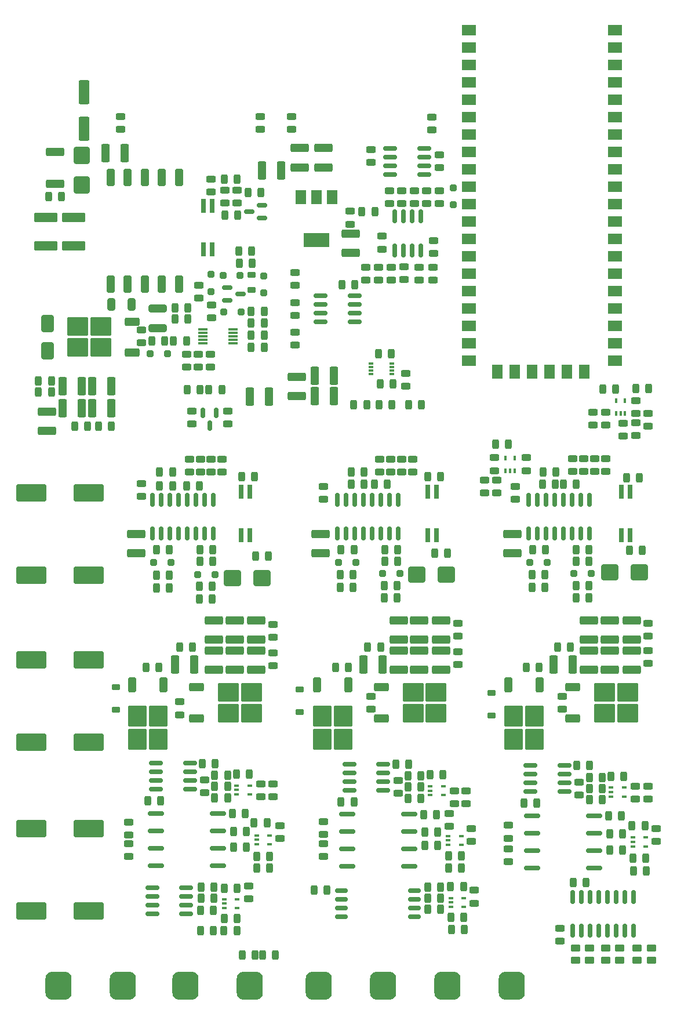
<source format=gtp>
G04 #@! TF.GenerationSoftware,KiCad,Pcbnew,7.0.2-6a45011f42~172~ubuntu20.04.1*
G04 #@! TF.CreationDate,2023-06-13T08:43:17+02:00*
G04 #@! TF.ProjectId,inverter,696e7665-7274-4657-922e-6b696361645f,rev?*
G04 #@! TF.SameCoordinates,Original*
G04 #@! TF.FileFunction,Paste,Top*
G04 #@! TF.FilePolarity,Positive*
%FSLAX46Y46*%
G04 Gerber Fmt 4.6, Leading zero omitted, Abs format (unit mm)*
G04 Created by KiCad (PCBNEW 7.0.2-6a45011f42~172~ubuntu20.04.1) date 2023-06-13 08:43:17*
%MOMM*%
%LPD*%
G01*
G04 APERTURE LIST*
G04 Aperture macros list*
%AMRoundRect*
0 Rectangle with rounded corners*
0 $1 Rounding radius*
0 $2 $3 $4 $5 $6 $7 $8 $9 X,Y pos of 4 corners*
0 Add a 4 corners polygon primitive as box body*
4,1,4,$2,$3,$4,$5,$6,$7,$8,$9,$2,$3,0*
0 Add four circle primitives for the rounded corners*
1,1,$1+$1,$2,$3*
1,1,$1+$1,$4,$5*
1,1,$1+$1,$6,$7*
1,1,$1+$1,$8,$9*
0 Add four rect primitives between the rounded corners*
20,1,$1+$1,$2,$3,$4,$5,0*
20,1,$1+$1,$4,$5,$6,$7,0*
20,1,$1+$1,$6,$7,$8,$9,0*
20,1,$1+$1,$8,$9,$2,$3,0*%
G04 Aperture macros list end*
%ADD10RoundRect,0.250000X0.250000X0.250000X-0.250000X0.250000X-0.250000X-0.250000X0.250000X-0.250000X0*%
%ADD11RoundRect,0.243750X0.456250X-0.243750X0.456250X0.243750X-0.456250X0.243750X-0.456250X-0.243750X0*%
%ADD12R,0.650000X0.400000*%
%ADD13RoundRect,0.243750X0.243750X0.456250X-0.243750X0.456250X-0.243750X-0.456250X0.243750X-0.456250X0*%
%ADD14RoundRect,0.243750X-0.243750X-0.456250X0.243750X-0.456250X0.243750X0.456250X-0.243750X0.456250X0*%
%ADD15RoundRect,0.150000X-0.825000X-0.150000X0.825000X-0.150000X0.825000X0.150000X-0.825000X0.150000X0*%
%ADD16RoundRect,0.243750X-0.456250X0.243750X-0.456250X-0.243750X0.456250X-0.243750X0.456250X0.243750X0*%
%ADD17RoundRect,0.250000X0.375000X1.075000X-0.375000X1.075000X-0.375000X-1.075000X0.375000X-1.075000X0*%
%ADD18RoundRect,0.249999X1.450001X-0.450001X1.450001X0.450001X-1.450001X0.450001X-1.450001X-0.450001X0*%
%ADD19RoundRect,0.250000X-0.250000X0.250000X-0.250000X-0.250000X0.250000X-0.250000X0.250000X0.250000X0*%
%ADD20RoundRect,0.250000X-1.075000X0.375000X-1.075000X-0.375000X1.075000X-0.375000X1.075000X0.375000X0*%
%ADD21RoundRect,0.250000X-0.375000X-1.075000X0.375000X-1.075000X0.375000X1.075000X-0.375000X1.075000X0*%
%ADD22R,1.400000X0.300000*%
%ADD23RoundRect,0.250000X1.075000X-0.362500X1.075000X0.362500X-1.075000X0.362500X-1.075000X-0.362500X0*%
%ADD24RoundRect,0.250000X1.075000X-0.375000X1.075000X0.375000X-1.075000X0.375000X-1.075000X-0.375000X0*%
%ADD25RoundRect,0.250000X0.850000X0.350000X-0.850000X0.350000X-0.850000X-0.350000X0.850000X-0.350000X0*%
%ADD26RoundRect,0.250000X1.275000X1.125000X-1.275000X1.125000X-1.275000X-1.125000X1.275000X-1.125000X0*%
%ADD27RoundRect,0.250000X-0.350000X0.850000X-0.350000X-0.850000X0.350000X-0.850000X0.350000X0.850000X0*%
%ADD28RoundRect,0.250000X-1.125000X1.275000X-1.125000X-1.275000X1.125000X-1.275000X1.125000X1.275000X0*%
%ADD29RoundRect,0.250000X-1.000000X-0.900000X1.000000X-0.900000X1.000000X0.900000X-1.000000X0.900000X0*%
%ADD30RoundRect,0.952500X-0.952500X-1.077500X0.952500X-1.077500X0.952500X1.077500X-0.952500X1.077500X0*%
%ADD31R,0.640000X2.000000*%
%ADD32RoundRect,0.150000X0.150000X-0.825000X0.150000X0.825000X-0.150000X0.825000X-0.150000X-0.825000X0*%
%ADD33RoundRect,0.250000X1.950000X1.000000X-1.950000X1.000000X-1.950000X-1.000000X1.950000X-1.000000X0*%
%ADD34RoundRect,0.250000X-0.850000X-0.350000X0.850000X-0.350000X0.850000X0.350000X-0.850000X0.350000X0*%
%ADD35RoundRect,0.250000X-1.275000X-1.125000X1.275000X-1.125000X1.275000X1.125000X-1.275000X1.125000X0*%
%ADD36RoundRect,0.250000X-0.900000X1.000000X-0.900000X-1.000000X0.900000X-1.000000X0.900000X1.000000X0*%
%ADD37R,2.000000X1.600000*%
%ADD38R,1.600000X2.000000*%
%ADD39R,0.400000X0.650000*%
%ADD40RoundRect,0.250000X-1.075000X0.312500X-1.075000X-0.312500X1.075000X-0.312500X1.075000X0.312500X0*%
%ADD41RoundRect,0.150000X0.825000X0.150000X-0.825000X0.150000X-0.825000X-0.150000X0.825000X-0.150000X0*%
%ADD42RoundRect,0.250000X0.550000X-1.500000X0.550000X1.500000X-0.550000X1.500000X-0.550000X-1.500000X0*%
%ADD43RoundRect,0.150000X-0.150000X0.825000X-0.150000X-0.825000X0.150000X-0.825000X0.150000X0.825000X0*%
%ADD44RoundRect,0.250000X-0.450000X0.262500X-0.450000X-0.262500X0.450000X-0.262500X0.450000X0.262500X0*%
%ADD45R,0.800000X0.300000*%
%ADD46RoundRect,0.162500X-1.012500X-0.162500X1.012500X-0.162500X1.012500X0.162500X-1.012500X0.162500X0*%
%ADD47RoundRect,0.218750X0.381250X-0.218750X0.381250X0.218750X-0.381250X0.218750X-0.381250X-0.218750X0*%
%ADD48RoundRect,0.250000X0.450000X-0.262500X0.450000X0.262500X-0.450000X0.262500X-0.450000X-0.262500X0*%
%ADD49RoundRect,0.250000X-0.250000X-0.250000X0.250000X-0.250000X0.250000X0.250000X-0.250000X0.250000X0*%
%ADD50RoundRect,0.250000X0.250000X-0.250000X0.250000X0.250000X-0.250000X0.250000X-0.250000X-0.250000X0*%
%ADD51RoundRect,0.150000X-0.150000X0.587500X-0.150000X-0.587500X0.150000X-0.587500X0.150000X0.587500X0*%
%ADD52RoundRect,0.150000X0.587500X0.150000X-0.587500X0.150000X-0.587500X-0.150000X0.587500X-0.150000X0*%
%ADD53RoundRect,0.150000X-0.587500X-0.150000X0.587500X-0.150000X0.587500X0.150000X-0.587500X0.150000X0*%
%ADD54RoundRect,0.225000X0.375000X-0.225000X0.375000X0.225000X-0.375000X0.225000X-0.375000X-0.225000X0*%
%ADD55RoundRect,0.150000X-0.750000X-0.150000X0.750000X-0.150000X0.750000X0.150000X-0.750000X0.150000X0*%
%ADD56RoundRect,0.305000X-0.305000X-0.965000X0.305000X-0.965000X0.305000X0.965000X-0.305000X0.965000X0*%
%ADD57RoundRect,0.250000X0.650000X-1.000000X0.650000X1.000000X-0.650000X1.000000X-0.650000X-1.000000X0*%
%ADD58RoundRect,0.250000X-0.325000X-0.650000X0.325000X-0.650000X0.325000X0.650000X-0.325000X0.650000X0*%
%ADD59R,1.500000X2.000000*%
%ADD60R,3.800000X2.000000*%
G04 APERTURE END LIST*
D10*
G04 #@! TO.C,D701*
X94697089Y-101237500D03*
X92197089Y-101237500D03*
G04 #@! TD*
D11*
G04 #@! TO.C,C617*
X72650000Y-134822500D03*
X72650000Y-132947500D03*
G04 #@! TD*
D12*
G04 #@! TO.C,U604*
X80250000Y-141035000D03*
X80250000Y-141685000D03*
X80250000Y-142335000D03*
X82150000Y-142335000D03*
X82150000Y-141035000D03*
G04 #@! TD*
D13*
G04 #@! TO.C,C612*
X73827500Y-99300000D03*
X71952500Y-99300000D03*
G04 #@! TD*
D14*
G04 #@! TO.C,R603*
X65562500Y-103100000D03*
X67437500Y-103100000D03*
G04 #@! TD*
D15*
G04 #@! TO.C,U202*
X64975000Y-148719025D03*
X64975000Y-149989025D03*
X64975000Y-151259025D03*
X64975000Y-152529025D03*
X69925000Y-152529025D03*
X69925000Y-151259025D03*
X69925000Y-149989025D03*
X69925000Y-148719025D03*
G04 #@! TD*
D16*
G04 #@! TO.C,R419*
X96200000Y-58125000D03*
X96200000Y-60000000D03*
G04 #@! TD*
D13*
G04 #@! TO.C,C714*
X94437500Y-99300000D03*
X92562500Y-99300000D03*
G04 #@! TD*
D14*
G04 #@! TO.C,C491*
X130762500Y-75900000D03*
X132637500Y-75900000D03*
G04 #@! TD*
D13*
G04 #@! TO.C,R609*
X67937500Y-88000000D03*
X66062500Y-88000000D03*
G04 #@! TD*
D17*
G04 #@! TO.C,C522*
X83800000Y-44000000D03*
X81000000Y-44000000D03*
G04 #@! TD*
D14*
G04 #@! TO.C,C509*
X79442772Y-66250000D03*
X81317772Y-66250000D03*
G04 #@! TD*
D11*
G04 #@! TO.C,C527*
X76000000Y-81000000D03*
X76000000Y-79125000D03*
G04 #@! TD*
D14*
G04 #@! TO.C,R202*
X81125000Y-158500000D03*
X83000000Y-158500000D03*
G04 #@! TD*
D16*
G04 #@! TO.C,C528*
X70800000Y-79125000D03*
X70800000Y-81000000D03*
G04 #@! TD*
D18*
G04 #@! TO.C,C516*
X53500000Y-54940000D03*
X53500000Y-50840000D03*
G04 #@! TD*
D19*
G04 #@! TO.C,D403*
X108950000Y-46487500D03*
X108950000Y-48987500D03*
G04 #@! TD*
D20*
G04 #@! TO.C,F401*
X86500000Y-40700000D03*
X86500000Y-43500000D03*
G04 #@! TD*
D21*
G04 #@! TO.C,C525*
X88700000Y-76900000D03*
X91500000Y-76900000D03*
G04 #@! TD*
D11*
G04 #@! TO.C,R723*
X109600000Y-111937500D03*
X109600000Y-110062500D03*
G04 #@! TD*
G04 #@! TO.C,R722*
X109600000Y-116137500D03*
X109600000Y-114262500D03*
G04 #@! TD*
G04 #@! TO.C,C717*
X100900000Y-134927500D03*
X100900000Y-133052500D03*
G04 #@! TD*
D15*
G04 #@! TO.C,U605*
X65550000Y-130515000D03*
X65550000Y-131785000D03*
X65550000Y-133055000D03*
X65550000Y-134325000D03*
X70500000Y-134325000D03*
X70500000Y-133055000D03*
X70500000Y-131785000D03*
X70500000Y-130515000D03*
G04 #@! TD*
D22*
G04 #@! TO.C,U501*
X76800000Y-69200000D03*
X76800000Y-68700000D03*
X76800000Y-68200000D03*
X76800000Y-67700000D03*
X76800000Y-67200000D03*
X72400000Y-67200000D03*
X72400000Y-67700000D03*
X72400000Y-68200000D03*
X72400000Y-68700000D03*
X72400000Y-69200000D03*
G04 #@! TD*
D11*
G04 #@! TO.C,C604*
X70400000Y-87975000D03*
X70400000Y-86100000D03*
G04 #@! TD*
D16*
G04 #@! TO.C,R514*
X75587500Y-46865000D03*
X75587500Y-48740000D03*
G04 #@! TD*
D23*
G04 #@! TO.C,R513*
X50750000Y-45912500D03*
X50750000Y-41287500D03*
G04 #@! TD*
D24*
G04 #@! TO.C,C722*
X107200000Y-116825000D03*
X107200000Y-114025000D03*
G04 #@! TD*
D25*
G04 #@! TO.C,Q502*
X62065000Y-70580000D03*
D26*
X57440000Y-69825000D03*
X57440000Y-66775000D03*
X54090000Y-69825000D03*
X54090000Y-66775000D03*
D25*
X62065000Y-66020000D03*
G04 #@! TD*
D13*
G04 #@! TO.C,R810*
X136137500Y-88800000D03*
X134262500Y-88800000D03*
G04 #@! TD*
D16*
G04 #@! TO.C,R415*
X99869520Y-58062500D03*
X99869520Y-59937500D03*
G04 #@! TD*
D24*
G04 #@! TO.C,C627*
X74000000Y-112425000D03*
X74000000Y-109625000D03*
G04 #@! TD*
G04 #@! TO.C,C622*
X80200000Y-116825000D03*
X80200000Y-114025000D03*
G04 #@! TD*
D14*
G04 #@! TO.C,R211*
X75487500Y-148800000D03*
X77362500Y-148800000D03*
G04 #@! TD*
D15*
G04 #@! TO.C,U705*
X93800000Y-130620000D03*
X93800000Y-131890000D03*
X93800000Y-133160000D03*
X93800000Y-134430000D03*
X98750000Y-134430000D03*
X98750000Y-133160000D03*
X98750000Y-131890000D03*
X98750000Y-130620000D03*
G04 #@! TD*
D13*
G04 #@! TO.C,R410*
X97487500Y-50000000D03*
X95612500Y-50000000D03*
G04 #@! TD*
D27*
G04 #@! TO.C,Q702*
X93595000Y-119047500D03*
D28*
X92840000Y-123672500D03*
X89790000Y-123672500D03*
X92840000Y-127022500D03*
X89790000Y-127022500D03*
D27*
X89035000Y-119047500D03*
G04 #@! TD*
D13*
G04 #@! TO.C,R614*
X81937500Y-100300000D03*
X80062500Y-100300000D03*
G04 #@! TD*
D29*
G04 #@! TO.C,D805*
X131800000Y-102600000D03*
X136100000Y-102600000D03*
G04 #@! TD*
D14*
G04 #@! TO.C,R619*
X74112500Y-135535000D03*
X75987500Y-135535000D03*
G04 #@! TD*
D13*
G04 #@! TO.C,R802*
X128737500Y-106368569D03*
X126862500Y-106368569D03*
G04 #@! TD*
D11*
G04 #@! TO.C,C512*
X73675000Y-65437500D03*
X73675000Y-63562500D03*
G04 #@! TD*
D30*
G04 #@! TO.C,F601*
X69800000Y-163000000D03*
X79200000Y-163000000D03*
G04 #@! TD*
D20*
G04 #@! TO.C,L503*
X86100000Y-74100000D03*
X86100000Y-76900000D03*
G04 #@! TD*
D31*
G04 #@! TO.C,U702*
X106470000Y-90887500D03*
X105200000Y-90887500D03*
X105200000Y-97187500D03*
X106470000Y-97187500D03*
G04 #@! TD*
D16*
G04 #@! TO.C,R512*
X71750000Y-60712500D03*
X71750000Y-62587500D03*
G04 #@! TD*
D13*
G04 #@! TO.C,C204*
X73937500Y-152000000D03*
X72062500Y-152000000D03*
G04 #@! TD*
D10*
G04 #@! TO.C,D505*
X77800000Y-59300000D03*
X75300000Y-59300000D03*
G04 #@! TD*
D11*
G04 #@! TO.C,R707*
X96915000Y-122600000D03*
X96915000Y-120725000D03*
G04 #@! TD*
D14*
G04 #@! TO.C,R608*
X64062500Y-116525000D03*
X65937500Y-116525000D03*
G04 #@! TD*
D32*
G04 #@! TO.C,U901*
X126420000Y-155000000D03*
X127690000Y-155000000D03*
X128960000Y-155000000D03*
X130230000Y-155000000D03*
X131500000Y-155000000D03*
X132770000Y-155000000D03*
X134040000Y-155000000D03*
X135310000Y-155000000D03*
X135310000Y-150050000D03*
X134040000Y-150050000D03*
X132770000Y-150050000D03*
X131500000Y-150050000D03*
X130230000Y-150050000D03*
X128960000Y-150050000D03*
X127690000Y-150050000D03*
X126420000Y-150050000D03*
G04 #@! TD*
D14*
G04 #@! TO.C,R818*
X128812500Y-132600000D03*
X130687500Y-132600000D03*
G04 #@! TD*
D13*
G04 #@! TO.C,C615*
X73827500Y-101037500D03*
X71952500Y-101037500D03*
G04 #@! TD*
D16*
G04 #@! TO.C,R717*
X90000000Y-142265000D03*
X90000000Y-144140000D03*
G04 #@! TD*
D11*
G04 #@! TO.C,C529*
X115331250Y-91037500D03*
X115331250Y-89162500D03*
G04 #@! TD*
D14*
G04 #@! TO.C,C607*
X66062500Y-90000000D03*
X67937500Y-90000000D03*
G04 #@! TD*
D16*
G04 #@! TO.C,R413*
X99650000Y-46925000D03*
X99650000Y-48800000D03*
G04 #@! TD*
D14*
G04 #@! TO.C,R715*
X108262500Y-145800000D03*
X110137500Y-145800000D03*
G04 #@! TD*
D16*
G04 #@! TO.C,C413*
X106053125Y-54212500D03*
X106053125Y-56087500D03*
G04 #@! TD*
D31*
G04 #@! TO.C,U802*
X134795000Y-90887500D03*
X133525000Y-90887500D03*
X133525000Y-97187500D03*
X134795000Y-97187500D03*
G04 #@! TD*
D14*
G04 #@! TO.C,R719*
X102362500Y-135640000D03*
X104237500Y-135640000D03*
G04 #@! TD*
D16*
G04 #@! TO.C,R495*
X135600000Y-77562500D03*
X135600000Y-79437500D03*
G04 #@! TD*
D14*
G04 #@! TO.C,C806*
X131612500Y-138200000D03*
X133487500Y-138200000D03*
G04 #@! TD*
G04 #@! TO.C,C530*
X115162500Y-83900000D03*
X117037500Y-83900000D03*
G04 #@! TD*
D11*
G04 #@! TO.C,R490*
X131200000Y-81137500D03*
X131200000Y-79262500D03*
G04 #@! TD*
G04 #@! TO.C,R623*
X82600000Y-112137500D03*
X82600000Y-110262500D03*
G04 #@! TD*
D33*
G04 #@! TO.C,C621*
X55700000Y-103050000D03*
X47300000Y-103050000D03*
G04 #@! TD*
D16*
G04 #@! TO.C,R713*
X108400000Y-137862500D03*
X108400000Y-139737500D03*
G04 #@! TD*
D14*
G04 #@! TO.C,C207*
X108662500Y-154800000D03*
X110537500Y-154800000D03*
G04 #@! TD*
D24*
G04 #@! TO.C,C727*
X101000000Y-112425000D03*
X101000000Y-109625000D03*
G04 #@! TD*
D16*
G04 #@! TO.C,C703*
X103000000Y-86100000D03*
X103000000Y-87975000D03*
G04 #@! TD*
D13*
G04 #@! TO.C,R604*
X67437500Y-104900000D03*
X65562500Y-104900000D03*
G04 #@! TD*
D21*
G04 #@! TO.C,C504*
X56210574Y-78639220D03*
X59010574Y-78639220D03*
G04 #@! TD*
D13*
G04 #@! TO.C,R804*
X122337500Y-104800000D03*
X120462500Y-104800000D03*
G04 #@! TD*
D27*
G04 #@! TO.C,Q802*
X121545000Y-119047500D03*
D28*
X120790000Y-123672500D03*
X117740000Y-123672500D03*
X120790000Y-127022500D03*
X117740000Y-127022500D03*
D27*
X116985000Y-119047500D03*
G04 #@! TD*
D34*
G04 #@! TO.C,Q801*
X126425000Y-119432500D03*
D35*
X131050000Y-120187500D03*
X131050000Y-123237500D03*
X134400000Y-120187500D03*
X134400000Y-123237500D03*
D34*
X126425000Y-123992500D03*
G04 #@! TD*
D36*
G04 #@! TO.C,D507*
X54650000Y-41790000D03*
X54650000Y-46090000D03*
G04 #@! TD*
D11*
G04 #@! TO.C,R417*
X101450000Y-48800000D03*
X101450000Y-46925000D03*
G04 #@! TD*
D14*
G04 #@! TO.C,R503*
X79442772Y-68000000D03*
X81317772Y-68000000D03*
G04 #@! TD*
D15*
G04 #@! TO.C,U805*
X120250000Y-130830000D03*
X120250000Y-132100000D03*
X120250000Y-133370000D03*
X120250000Y-134640000D03*
X125200000Y-134640000D03*
X125200000Y-133370000D03*
X125200000Y-132100000D03*
X125200000Y-130830000D03*
G04 #@! TD*
D11*
G04 #@! TO.C,R494*
X137400000Y-81300000D03*
X137400000Y-79425000D03*
G04 #@! TD*
D16*
G04 #@! TO.C,R617*
X61500000Y-142222500D03*
X61500000Y-144097500D03*
G04 #@! TD*
D10*
G04 #@! TO.C,D702*
X101129499Y-102800000D03*
X98629499Y-102800000D03*
G04 #@! TD*
D11*
G04 #@! TO.C,C705*
X90000000Y-91937500D03*
X90000000Y-90062500D03*
G04 #@! TD*
D16*
G04 #@! TO.C,R806*
X128000000Y-86062500D03*
X128000000Y-87937500D03*
G04 #@! TD*
G04 #@! TO.C,C713*
X111600000Y-140062500D03*
X111600000Y-141937500D03*
G04 #@! TD*
D14*
G04 #@! TO.C,R611*
X76862500Y-140485000D03*
X78737500Y-140485000D03*
G04 #@! TD*
D29*
G04 #@! TO.C,D605*
X76700000Y-103500000D03*
X81000000Y-103500000D03*
G04 #@! TD*
D24*
G04 #@! TO.C,C824*
X131800000Y-116825000D03*
X131800000Y-114025000D03*
G04 #@! TD*
D13*
G04 #@! TO.C,C808*
X126075000Y-113525000D03*
X124200000Y-113525000D03*
G04 #@! TD*
D14*
G04 #@! TO.C,NTC501*
X79442772Y-64500000D03*
X81317772Y-64500000D03*
G04 #@! TD*
D24*
G04 #@! TO.C,C523*
X94000000Y-56000000D03*
X94000000Y-53200000D03*
G04 #@! TD*
D14*
G04 #@! TO.C,C601*
X64312500Y-136035000D03*
X66187500Y-136035000D03*
G04 #@! TD*
D16*
G04 #@! TO.C,R426*
X101987500Y-73587500D03*
X101987500Y-75462500D03*
G04 #@! TD*
G04 #@! TO.C,R401*
X96950000Y-40905000D03*
X96950000Y-42780000D03*
G04 #@! TD*
D14*
G04 #@! TO.C,C611*
X72312500Y-130535000D03*
X74187500Y-130535000D03*
G04 #@! TD*
D31*
G04 #@! TO.C,U502*
X73735000Y-49165000D03*
X72465000Y-49165000D03*
X72465000Y-55465000D03*
X73735000Y-55465000D03*
G04 #@! TD*
D17*
G04 #@! TO.C,C609*
X71149999Y-116135000D03*
X68349999Y-116135000D03*
G04 #@! TD*
D16*
G04 #@! TO.C,R405*
X85350000Y-36062500D03*
X85350000Y-37937500D03*
G04 #@! TD*
D34*
G04 #@! TO.C,Q601*
X71475000Y-119432500D03*
D35*
X76100000Y-120187500D03*
X76100000Y-123237500D03*
X79450000Y-120187500D03*
X79450000Y-123237500D03*
D34*
X71475000Y-123992500D03*
G04 #@! TD*
D14*
G04 #@! TO.C,C710*
X108262500Y-144000000D03*
X110137500Y-144000000D03*
G04 #@! TD*
D37*
G04 #@! TO.C,U401*
X111270000Y-23440000D03*
X111270000Y-25980000D03*
X111270000Y-28520000D03*
X111270000Y-31060000D03*
X111270000Y-33600000D03*
X111270000Y-36140000D03*
X111270000Y-38680000D03*
X111270000Y-41220000D03*
X111270000Y-43760000D03*
X111270000Y-46300000D03*
X111270000Y-48840000D03*
X111270000Y-51380000D03*
X111270000Y-53920000D03*
X111270000Y-56460000D03*
X111270000Y-59000000D03*
X111270000Y-61540000D03*
X111270000Y-64080000D03*
X111270000Y-66620000D03*
X111260000Y-69160000D03*
X111260000Y-71700000D03*
X132600000Y-71700000D03*
X132600000Y-69160000D03*
X132600000Y-66620000D03*
X132600000Y-64080000D03*
X132600000Y-61540000D03*
X132600000Y-59000000D03*
X132600000Y-56460000D03*
X132600000Y-53920000D03*
X132600000Y-51380000D03*
X132600000Y-48840000D03*
X132600000Y-46300000D03*
X132600000Y-43760000D03*
X132600000Y-41220000D03*
X132600000Y-38680000D03*
X132600000Y-36140000D03*
X132600000Y-33600000D03*
X132600000Y-31060000D03*
X132600000Y-28520000D03*
X132600000Y-25980000D03*
X132600000Y-23440000D03*
D38*
X115410000Y-73300000D03*
X117950000Y-73300000D03*
X120490000Y-73300000D03*
X123030000Y-73300000D03*
X125570000Y-73300000D03*
X128110000Y-73300000D03*
G04 #@! TD*
D13*
G04 #@! TO.C,C802*
X126937500Y-89775000D03*
X125062500Y-89775000D03*
G04 #@! TD*
G04 #@! TO.C,R814*
X136537500Y-99400000D03*
X134662500Y-99400000D03*
G04 #@! TD*
D11*
G04 #@! TO.C,R823*
X137400000Y-111937500D03*
X137400000Y-110062500D03*
G04 #@! TD*
D39*
G04 #@! TO.C,U490*
X132750000Y-79450000D03*
X133400000Y-79450000D03*
X134050000Y-79450000D03*
X134050000Y-77550000D03*
X132750000Y-77550000D03*
G04 #@! TD*
D40*
G04 #@! TO.C,R510*
X65800000Y-64077500D03*
X65800000Y-67002500D03*
G04 #@! TD*
D13*
G04 #@! TO.C,C801*
X121187500Y-136350000D03*
X119312500Y-136350000D03*
G04 #@! TD*
D41*
G04 #@! TO.C,U405*
X94525000Y-66070000D03*
X94525000Y-64800000D03*
X94525000Y-63530000D03*
X94525000Y-62260000D03*
X89575000Y-62260000D03*
X89575000Y-63530000D03*
X89575000Y-64800000D03*
X89575000Y-66070000D03*
G04 #@! TD*
D14*
G04 #@! TO.C,R812*
X131812500Y-143200000D03*
X133687500Y-143200000D03*
G04 #@! TD*
G04 #@! TO.C,R718*
X102362500Y-132390000D03*
X104237500Y-132390000D03*
G04 #@! TD*
D17*
G04 #@! TO.C,C809*
X126400000Y-116125000D03*
X123600000Y-116125000D03*
G04 #@! TD*
D16*
G04 #@! TO.C,R411*
X85850000Y-67600000D03*
X85850000Y-69475000D03*
G04 #@! TD*
D13*
G04 #@! TO.C,R620*
X75987500Y-133885000D03*
X74112500Y-133885000D03*
G04 #@! TD*
D30*
G04 #@! TO.C,F801*
X108100000Y-163000000D03*
X117500000Y-163000000D03*
G04 #@! TD*
D11*
G04 #@! TO.C,R519*
X93900000Y-51800000D03*
X93900000Y-49925000D03*
G04 #@! TD*
D42*
G04 #@! TO.C,C521*
X55050000Y-37900000D03*
X55050000Y-32500000D03*
G04 #@! TD*
D13*
G04 #@! TO.C,R709*
X95937500Y-88000000D03*
X94062500Y-88000000D03*
G04 #@! TD*
D16*
G04 #@! TO.C,C531*
X119600000Y-85912500D03*
X119600000Y-87787500D03*
G04 #@! TD*
D13*
G04 #@! TO.C,C819*
X133887500Y-132400000D03*
X132012500Y-132400000D03*
G04 #@! TD*
D14*
G04 #@! TO.C,C606*
X76662500Y-137885000D03*
X78537500Y-137885000D03*
G04 #@! TD*
D11*
G04 #@! TO.C,C817*
X127350000Y-135137500D03*
X127350000Y-133262500D03*
G04 #@! TD*
D14*
G04 #@! TO.C,R701*
X98862500Y-104560568D03*
X100737500Y-104560568D03*
G04 #@! TD*
D24*
G04 #@! TO.C,C623*
X77000000Y-112425000D03*
X77000000Y-109625000D03*
G04 #@! TD*
D13*
G04 #@! TO.C,R511*
X79575000Y-57500000D03*
X77700000Y-57500000D03*
G04 #@! TD*
D16*
G04 #@! TO.C,C511*
X70000000Y-70815000D03*
X70000000Y-72690000D03*
G04 #@! TD*
D31*
G04 #@! TO.C,U602*
X79270000Y-90887500D03*
X78000000Y-90887500D03*
X78000000Y-97187500D03*
X79270000Y-97187500D03*
G04 #@! TD*
D11*
G04 #@! TO.C,R491*
X129400000Y-81137500D03*
X129400000Y-79262500D03*
G04 #@! TD*
D13*
G04 #@! TO.C,R602*
X73737500Y-106500000D03*
X71862500Y-106500000D03*
G04 #@! TD*
D11*
G04 #@! TO.C,C605*
X63400000Y-91537500D03*
X63400000Y-89662500D03*
G04 #@! TD*
D14*
G04 #@! TO.C,R206*
X108600000Y-153050000D03*
X110475000Y-153050000D03*
G04 #@! TD*
D13*
G04 #@! TO.C,C715*
X100827500Y-101037500D03*
X98952500Y-101037500D03*
G04 #@! TD*
G04 #@! TO.C,C815*
X128777500Y-101037500D03*
X126902500Y-101037500D03*
G04 #@! TD*
D24*
G04 #@! TO.C,C725*
X107200000Y-112425000D03*
X107200000Y-109625000D03*
G04 #@! TD*
D11*
G04 #@! TO.C,C805*
X118000000Y-91937500D03*
X118000000Y-90062500D03*
G04 #@! TD*
D34*
G04 #@! TO.C,Q701*
X98475000Y-119432500D03*
D35*
X103100000Y-120187500D03*
X103100000Y-123237500D03*
X106450000Y-120187500D03*
X106450000Y-123237500D03*
D34*
X98475000Y-123992500D03*
G04 #@! TD*
D43*
G04 #@! TO.C,U406*
X104190000Y-50662500D03*
X102920000Y-50662500D03*
X101650000Y-50662500D03*
X100380000Y-50662500D03*
X100380000Y-55612500D03*
X101650000Y-55612500D03*
X102920000Y-55612500D03*
X104190000Y-55612500D03*
G04 #@! TD*
D13*
G04 #@! TO.C,R704*
X94337500Y-104800000D03*
X92462500Y-104800000D03*
G04 #@! TD*
D24*
G04 #@! TO.C,C822*
X135000000Y-116825000D03*
X135000000Y-114025000D03*
G04 #@! TD*
D13*
G04 #@! TO.C,C812*
X128777500Y-99300000D03*
X126902500Y-99300000D03*
G04 #@! TD*
D44*
G04 #@! TO.C,R903*
X133280000Y-157487500D03*
X133280000Y-159312500D03*
G04 #@! TD*
D13*
G04 #@! TO.C,C712*
X100827500Y-99300000D03*
X98952500Y-99300000D03*
G04 #@! TD*
G04 #@! TO.C,R613*
X81737500Y-139200000D03*
X79862500Y-139200000D03*
G04 #@! TD*
D12*
G04 #@! TO.C,U706*
X105575000Y-133870000D03*
X105575000Y-134520000D03*
X105575000Y-135170000D03*
X107475000Y-135170000D03*
X107475000Y-133870000D03*
G04 #@! TD*
D14*
G04 #@! TO.C,R502*
X73262500Y-76000000D03*
X75137500Y-76000000D03*
G04 #@! TD*
D16*
G04 #@! TO.C,C209*
X112000000Y-149062500D03*
X112000000Y-150937500D03*
G04 #@! TD*
D24*
G04 #@! TO.C,C716*
X89600000Y-99837500D03*
X89600000Y-97037500D03*
G04 #@! TD*
D14*
G04 #@! TO.C,R819*
X128812500Y-135850000D03*
X130687500Y-135850000D03*
G04 #@! TD*
D13*
G04 #@! TO.C,R506*
X70212500Y-64002500D03*
X68337500Y-64002500D03*
G04 #@! TD*
G04 #@! TO.C,C201*
X90537500Y-149000000D03*
X88662500Y-149000000D03*
G04 #@! TD*
D45*
G04 #@! TO.C,U410*
X96900000Y-72175000D03*
X96900000Y-72675000D03*
X96900000Y-73175000D03*
X96900000Y-73675000D03*
X100000000Y-73675000D03*
X100000000Y-73175000D03*
X100000000Y-72675000D03*
X100000000Y-72175000D03*
G04 #@! TD*
D13*
G04 #@! TO.C,R720*
X104237500Y-133990000D03*
X102362500Y-133990000D03*
G04 #@! TD*
D14*
G04 #@! TO.C,R615*
X80262500Y-145800000D03*
X82137500Y-145800000D03*
G04 #@! TD*
G04 #@! TO.C,C501*
X53673074Y-81339220D03*
X55548074Y-81339220D03*
G04 #@! TD*
D46*
G04 #@! TO.C,U601*
X65550000Y-137865000D03*
X65550000Y-140405000D03*
X65550000Y-142945000D03*
X65550000Y-145485000D03*
X74600000Y-145485000D03*
X74600000Y-142945000D03*
X74600000Y-140405000D03*
X74600000Y-137865000D03*
G04 #@! TD*
D21*
G04 #@! TO.C,C519*
X58125000Y-41440000D03*
X60925000Y-41440000D03*
G04 #@! TD*
D16*
G04 #@! TO.C,C813*
X138600000Y-140062500D03*
X138600000Y-141937500D03*
G04 #@! TD*
D14*
G04 #@! TO.C,R201*
X78125000Y-158500000D03*
X80000000Y-158500000D03*
G04 #@! TD*
D11*
G04 #@! TO.C,R821*
X135550000Y-135737500D03*
X135550000Y-133862500D03*
G04 #@! TD*
D12*
G04 #@! TO.C,U204*
X75475000Y-150350000D03*
X75475000Y-151000000D03*
X75475000Y-151650000D03*
X77375000Y-151650000D03*
X77375000Y-150350000D03*
G04 #@! TD*
D24*
G04 #@! TO.C,C816*
X117550000Y-99837500D03*
X117550000Y-97037500D03*
G04 #@! TD*
D33*
G04 #@! TO.C,C620*
X55700000Y-91000000D03*
X47300000Y-91000000D03*
G04 #@! TD*
D12*
G04 #@! TO.C,U806*
X132025000Y-134080000D03*
X132025000Y-134730000D03*
X132025000Y-135380000D03*
X133925000Y-135380000D03*
X133925000Y-134080000D03*
G04 #@! TD*
D18*
G04 #@! TO.C,C517*
X49400000Y-54940000D03*
X49400000Y-50840000D03*
G04 #@! TD*
D11*
G04 #@! TO.C,R470*
X104000000Y-59937500D03*
X104000000Y-58062500D03*
G04 #@! TD*
D13*
G04 #@! TO.C,R610*
X79922500Y-88637500D03*
X78047500Y-88637500D03*
G04 #@! TD*
D14*
G04 #@! TO.C,R450*
X102412500Y-78200000D03*
X104287500Y-78200000D03*
G04 #@! TD*
G04 #@! TO.C,C217*
X75487500Y-153200000D03*
X77362500Y-153200000D03*
G04 #@! TD*
G04 #@! TO.C,R808*
X119650000Y-116525000D03*
X121525000Y-116525000D03*
G04 #@! TD*
D33*
G04 #@! TO.C,C820*
X55700000Y-140050000D03*
X47300000Y-140050000D03*
G04 #@! TD*
D11*
G04 #@! TO.C,R822*
X137400000Y-115937500D03*
X137400000Y-114062500D03*
G04 #@! TD*
D14*
G04 #@! TO.C,R703*
X92462500Y-103000000D03*
X94337500Y-103000000D03*
G04 #@! TD*
D13*
G04 #@! TO.C,R714*
X108137500Y-99800000D03*
X106262500Y-99800000D03*
G04 #@! TD*
D11*
G04 #@! TO.C,C704*
X98200000Y-87975000D03*
X98200000Y-86100000D03*
G04 #@! TD*
D14*
G04 #@! TO.C,C701*
X92562500Y-136140000D03*
X94437500Y-136140000D03*
G04 #@! TD*
D12*
G04 #@! TO.C,U606*
X77325000Y-133765000D03*
X77325000Y-134415000D03*
X77325000Y-135065000D03*
X79225000Y-135065000D03*
X79225000Y-133765000D03*
G04 #@! TD*
D16*
G04 #@! TO.C,R508*
X63400000Y-67262500D03*
X63400000Y-69137500D03*
G04 #@! TD*
D47*
G04 #@! TO.C,L502*
X79450000Y-61362500D03*
X79450000Y-59237500D03*
G04 #@! TD*
D13*
G04 #@! TO.C,C708*
X98337500Y-113525000D03*
X96462500Y-113525000D03*
G04 #@! TD*
D24*
G04 #@! TO.C,C723*
X104000000Y-112425000D03*
X104000000Y-109625000D03*
G04 #@! TD*
D33*
G04 #@! TO.C,C821*
X55700000Y-152100000D03*
X47300000Y-152100000D03*
G04 #@! TD*
D11*
G04 #@! TO.C,R515*
X73600000Y-47077500D03*
X73600000Y-45202500D03*
G04 #@! TD*
D48*
G04 #@! TO.C,R902*
X135800000Y-159312500D03*
X135800000Y-157487500D03*
G04 #@! TD*
D11*
G04 #@! TO.C,C618*
X82600000Y-135422500D03*
X82600000Y-133547500D03*
G04 #@! TD*
D16*
G04 #@! TO.C,R414*
X103250000Y-46925000D03*
X103250000Y-48800000D03*
G04 #@! TD*
D48*
G04 #@! TO.C,R904*
X131200000Y-159312500D03*
X131200000Y-157487500D03*
G04 #@! TD*
D14*
G04 #@! TO.C,R712*
X104812500Y-142500000D03*
X106687500Y-142500000D03*
G04 #@! TD*
G04 #@! TO.C,C508*
X79442772Y-69750000D03*
X81317772Y-69750000D03*
G04 #@! TD*
D17*
G04 #@! TO.C,C709*
X98600000Y-116125000D03*
X95800000Y-116125000D03*
G04 #@! TD*
D20*
G04 #@! TO.C,F402*
X90000000Y-40700000D03*
X90000000Y-43500000D03*
G04 #@! TD*
D16*
G04 #@! TO.C,R706*
X99800000Y-86125000D03*
X99800000Y-88000000D03*
G04 #@! TD*
G04 #@! TO.C,R409*
X85850000Y-58862500D03*
X85850000Y-60737500D03*
G04 #@! TD*
D10*
G04 #@! TO.C,D602*
X74129499Y-102939432D03*
X71629499Y-102939432D03*
G04 #@! TD*
D12*
G04 #@! TO.C,U203*
X108587500Y-150200000D03*
X108587500Y-150850000D03*
X108587500Y-151500000D03*
X110487500Y-151500000D03*
X110487500Y-150200000D03*
G04 #@! TD*
D14*
G04 #@! TO.C,R708*
X91762500Y-116525000D03*
X93637500Y-116525000D03*
G04 #@! TD*
D49*
G04 #@! TO.C,D502*
X75450000Y-64650000D03*
X77950000Y-64650000D03*
G04 #@! TD*
D14*
G04 #@! TO.C,R212*
X75462500Y-155000000D03*
X77337500Y-155000000D03*
G04 #@! TD*
G04 #@! TO.C,R801*
X126862500Y-104568569D03*
X128737500Y-104568569D03*
G04 #@! TD*
D46*
G04 #@! TO.C,U701*
X93500000Y-137970000D03*
X93500000Y-140510000D03*
X93500000Y-143050000D03*
X93500000Y-145590000D03*
X102550000Y-145590000D03*
X102550000Y-143050000D03*
X102550000Y-140510000D03*
X102550000Y-137970000D03*
G04 #@! TD*
D21*
G04 #@! TO.C,C505*
X51898074Y-75439220D03*
X54698074Y-75439220D03*
G04 #@! TD*
D14*
G04 #@! TO.C,C902*
X126462500Y-147900000D03*
X128337500Y-147900000D03*
G04 #@! TD*
D50*
G04 #@! TO.C,D506*
X73600000Y-61650000D03*
X73600000Y-59150000D03*
G04 #@! TD*
D11*
G04 #@! TO.C,C901*
X124500000Y-156500000D03*
X124500000Y-154625000D03*
G04 #@! TD*
D16*
G04 #@! TO.C,C411*
X101769520Y-58000000D03*
X101769520Y-59875000D03*
G04 #@! TD*
D12*
G04 #@! TO.C,U804*
X135200000Y-141350000D03*
X135200000Y-142000000D03*
X135200000Y-142650000D03*
X137100000Y-142650000D03*
X137100000Y-141350000D03*
G04 #@! TD*
D51*
G04 #@! TO.C,U505*
X74315000Y-79350000D03*
X72415000Y-79350000D03*
X73365000Y-81225000D03*
G04 #@! TD*
D16*
G04 #@! TO.C,C490*
X135600000Y-80800000D03*
X135600000Y-82675000D03*
G04 #@! TD*
D11*
G04 #@! TO.C,C507*
X73450000Y-72690000D03*
X73450000Y-70815000D03*
G04 #@! TD*
D14*
G04 #@! TO.C,R501*
X70062500Y-76000000D03*
X71937500Y-76000000D03*
G04 #@! TD*
D10*
G04 #@! TO.C,D801*
X122647089Y-101237500D03*
X120147089Y-101237500D03*
G04 #@! TD*
D27*
G04 #@! TO.C,Q602*
X66595000Y-119047500D03*
D28*
X65840000Y-123672500D03*
X62790000Y-123672500D03*
X65840000Y-127022500D03*
X62790000Y-127022500D03*
D27*
X62035000Y-119047500D03*
G04 #@! TD*
D52*
G04 #@! TO.C,U503*
X81000000Y-50900000D03*
X81000000Y-49000000D03*
X79125000Y-49950000D03*
G04 #@! TD*
D44*
G04 #@! TO.C,R905*
X128880000Y-157487500D03*
X128880000Y-159312500D03*
G04 #@! TD*
D24*
G04 #@! TO.C,C825*
X135000000Y-112425000D03*
X135000000Y-109625000D03*
G04 #@! TD*
D13*
G04 #@! TO.C,R809*
X123937500Y-88000000D03*
X122062500Y-88000000D03*
G04 #@! TD*
D14*
G04 #@! TO.C,C707*
X94050000Y-89775000D03*
X95925000Y-89775000D03*
G04 #@! TD*
D13*
G04 #@! TO.C,C608*
X70875000Y-113535000D03*
X69000000Y-113535000D03*
G04 #@! TD*
D53*
G04 #@! TO.C,Q501*
X75975000Y-61050000D03*
X75975000Y-62950000D03*
X77850000Y-62000000D03*
G04 #@! TD*
D41*
G04 #@! TO.C,U402*
X104700000Y-44570000D03*
X104700000Y-43300000D03*
X104700000Y-42030000D03*
X104700000Y-40760000D03*
X99750000Y-40760000D03*
X99750000Y-42030000D03*
X99750000Y-43300000D03*
X99750000Y-44570000D03*
G04 #@! TD*
D10*
G04 #@! TO.C,D802*
X129079499Y-102808001D03*
X126579499Y-102808001D03*
G04 #@! TD*
D14*
G04 #@! TO.C,R815*
X135262500Y-146200000D03*
X137137500Y-146200000D03*
G04 #@! TD*
D11*
G04 #@! TO.C,C412*
X106950000Y-48787500D03*
X106950000Y-46912500D03*
G04 #@! TD*
D16*
G04 #@! TO.C,R418*
X98000000Y-58125000D03*
X98000000Y-60000000D03*
G04 #@! TD*
G04 #@! TO.C,R402*
X80750000Y-36062500D03*
X80750000Y-37937500D03*
G04 #@! TD*
D24*
G04 #@! TO.C,C823*
X131800000Y-112425000D03*
X131800000Y-109625000D03*
G04 #@! TD*
D19*
G04 #@! TO.C,D501*
X81300000Y-59350000D03*
X81300000Y-61850000D03*
G04 #@! TD*
D24*
G04 #@! TO.C,C726*
X101000000Y-116825000D03*
X101000000Y-114025000D03*
G04 #@! TD*
D54*
G04 #@! TO.C,D804*
X114525000Y-123525000D03*
X114525000Y-120225000D03*
G04 #@! TD*
D13*
G04 #@! TO.C,C814*
X122387500Y-99300000D03*
X120512500Y-99300000D03*
G04 #@! TD*
G04 #@! TO.C,C719*
X107437500Y-132190000D03*
X105562500Y-132190000D03*
G04 #@! TD*
G04 #@! TO.C,R820*
X130687500Y-134200000D03*
X128812500Y-134200000D03*
G04 #@! TD*
D11*
G04 #@! TO.C,R807*
X124865000Y-122600000D03*
X124865000Y-120725000D03*
G04 #@! TD*
D16*
G04 #@! TO.C,R816*
X117000000Y-139587500D03*
X117000000Y-141462500D03*
G04 #@! TD*
G04 #@! TO.C,R492*
X133800000Y-80862500D03*
X133800000Y-82737500D03*
G04 #@! TD*
D11*
G04 #@! TO.C,R404*
X105850000Y-38025000D03*
X105850000Y-36150000D03*
G04 #@! TD*
D16*
G04 #@! TO.C,R403*
X60350000Y-36062500D03*
X60350000Y-37937500D03*
G04 #@! TD*
D14*
G04 #@! TO.C,R209*
X72087500Y-150200000D03*
X73962500Y-150200000D03*
G04 #@! TD*
G04 #@! TO.C,R811*
X131812500Y-140800000D03*
X133687500Y-140800000D03*
G04 #@! TD*
D13*
G04 #@! TO.C,C202*
X73962500Y-148600000D03*
X72087500Y-148600000D03*
G04 #@! TD*
D11*
G04 #@! TO.C,C818*
X137400000Y-135737500D03*
X137400000Y-133862500D03*
G04 #@! TD*
G04 #@! TO.C,R607*
X68999999Y-123427500D03*
X68999999Y-121552500D03*
G04 #@! TD*
D44*
G04 #@! TO.C,R901*
X137880000Y-157487500D03*
X137880000Y-159312500D03*
G04 #@! TD*
D14*
G04 #@! TO.C,R601*
X71862500Y-104700000D03*
X73737500Y-104700000D03*
G04 #@! TD*
G04 #@! TO.C,C807*
X122000000Y-89775000D03*
X123875000Y-89775000D03*
G04 #@! TD*
D55*
G04 #@! TO.C,U201*
X92612500Y-149095000D03*
X92612500Y-150365000D03*
X92612500Y-151635000D03*
X92612500Y-152905000D03*
X103262500Y-152905000D03*
X103262500Y-151635000D03*
X103262500Y-150365000D03*
X103262500Y-149095000D03*
G04 #@! TD*
D14*
G04 #@! TO.C,R204*
X105200000Y-151850000D03*
X107075000Y-151850000D03*
G04 #@! TD*
G04 #@! TO.C,C420*
X98037500Y-70725000D03*
X99912500Y-70725000D03*
G04 #@! TD*
D16*
G04 #@! TO.C,R616*
X61500000Y-139125000D03*
X61500000Y-141000000D03*
G04 #@! TD*
D13*
G04 #@! TO.C,R813*
X136937500Y-139600000D03*
X135062500Y-139600000D03*
G04 #@! TD*
D21*
G04 #@! TO.C,C524*
X88700000Y-73900000D03*
X91500000Y-73900000D03*
G04 #@! TD*
D16*
G04 #@! TO.C,R716*
X90000000Y-139062500D03*
X90000000Y-140937500D03*
G04 #@! TD*
D14*
G04 #@! TO.C,R509*
X48373074Y-76289220D03*
X50248074Y-76289220D03*
G04 #@! TD*
G04 #@! TO.C,C811*
X127012500Y-130850000D03*
X128887500Y-130850000D03*
G04 #@! TD*
D24*
G04 #@! TO.C,C626*
X74000000Y-116825000D03*
X74000000Y-114025000D03*
G04 #@! TD*
D13*
G04 #@! TO.C,C702*
X99325000Y-89775000D03*
X97450000Y-89775000D03*
G04 #@! TD*
D24*
G04 #@! TO.C,C826*
X128800000Y-116825000D03*
X128800000Y-114025000D03*
G04 #@! TD*
D39*
G04 #@! TO.C,U506*
X116600000Y-87850000D03*
X117250000Y-87850000D03*
X117900000Y-87850000D03*
X117900000Y-85950000D03*
X116600000Y-85950000D03*
G04 #@! TD*
D29*
G04 #@! TO.C,D705*
X103650000Y-103000000D03*
X107950000Y-103000000D03*
G04 #@! TD*
D13*
G04 #@! TO.C,C514*
X50248074Y-74689220D03*
X48373074Y-74689220D03*
G04 #@! TD*
D16*
G04 #@! TO.C,R504*
X71700000Y-70815000D03*
X71700000Y-72690000D03*
G04 #@! TD*
D10*
G04 #@! TO.C,D503*
X67200000Y-70700000D03*
X64700000Y-70700000D03*
G04 #@! TD*
D48*
G04 #@! TO.C,R906*
X126800000Y-159312500D03*
X126800000Y-157487500D03*
G04 #@! TD*
D30*
G04 #@! TO.C,F201*
X51300000Y-163000000D03*
X60700000Y-163000000D03*
G04 #@! TD*
D33*
G04 #@! TO.C,C720*
X55705000Y-115400000D03*
X47305000Y-115400000D03*
G04 #@! TD*
D16*
G04 #@! TO.C,C218*
X79025000Y-148462500D03*
X79025000Y-150337500D03*
G04 #@! TD*
D54*
G04 #@! TO.C,D704*
X86500000Y-123025000D03*
X86500000Y-119725000D03*
G04 #@! TD*
D33*
G04 #@! TO.C,C721*
X55705000Y-127450000D03*
X47305000Y-127450000D03*
G04 #@! TD*
D14*
G04 #@! TO.C,R803*
X120462500Y-103000000D03*
X122337500Y-103000000D03*
G04 #@! TD*
D13*
G04 #@! TO.C,C510*
X70212500Y-65640000D03*
X68337500Y-65640000D03*
G04 #@! TD*
D16*
G04 #@! TO.C,R517*
X77337500Y-46865000D03*
X77337500Y-48740000D03*
G04 #@! TD*
D14*
G04 #@! TO.C,C810*
X135212500Y-144400000D03*
X137087500Y-144400000D03*
G04 #@! TD*
D12*
G04 #@! TO.C,U704*
X108200000Y-141140000D03*
X108200000Y-141790000D03*
X108200000Y-142440000D03*
X110100000Y-142440000D03*
X110100000Y-141140000D03*
G04 #@! TD*
D14*
G04 #@! TO.C,R407*
X98125000Y-78200000D03*
X100000000Y-78200000D03*
G04 #@! TD*
D16*
G04 #@! TO.C,C401*
X106950000Y-41697500D03*
X106950000Y-43572500D03*
G04 #@! TD*
D10*
G04 #@! TO.C,D601*
X67697089Y-101237500D03*
X65197089Y-101237500D03*
G04 #@! TD*
D13*
G04 #@! TO.C,C520*
X77475000Y-50465000D03*
X75600000Y-50465000D03*
G04 #@! TD*
G04 #@! TO.C,C513*
X79525000Y-55700000D03*
X77650000Y-55700000D03*
G04 #@! TD*
D11*
G04 #@! TO.C,C470*
X106000000Y-59937500D03*
X106000000Y-58062500D03*
G04 #@! TD*
D16*
G04 #@! TO.C,C613*
X83600000Y-139662500D03*
X83600000Y-141537500D03*
G04 #@! TD*
D13*
G04 #@! TO.C,R505*
X69975000Y-68840000D03*
X68100000Y-68840000D03*
G04 #@! TD*
G04 #@! TO.C,R710*
X107122500Y-88637500D03*
X105247500Y-88637500D03*
G04 #@! TD*
D24*
G04 #@! TO.C,C827*
X128800000Y-112425000D03*
X128800000Y-109625000D03*
G04 #@! TD*
D14*
G04 #@! TO.C,R618*
X74112500Y-132285000D03*
X75987500Y-132285000D03*
G04 #@! TD*
D16*
G04 #@! TO.C,R521*
X113500000Y-89162500D03*
X113500000Y-91037500D03*
G04 #@! TD*
G04 #@! TO.C,R520*
X115000000Y-85912500D03*
X115000000Y-87787500D03*
G04 #@! TD*
G04 #@! TO.C,R721*
X110800000Y-134572500D03*
X110800000Y-136447500D03*
G04 #@! TD*
D14*
G04 #@! TO.C,C706*
X104612500Y-137990000D03*
X106487500Y-137990000D03*
G04 #@! TD*
D21*
G04 #@! TO.C,C526*
X79200000Y-77000000D03*
X82000000Y-77000000D03*
G04 #@! TD*
D14*
G04 #@! TO.C,R406*
X94425000Y-78200000D03*
X96300000Y-78200000D03*
G04 #@! TD*
D24*
G04 #@! TO.C,C724*
X104000000Y-116825000D03*
X104000000Y-114025000D03*
G04 #@! TD*
D11*
G04 #@! TO.C,R416*
X105050000Y-48800000D03*
X105050000Y-46925000D03*
G04 #@! TD*
D43*
G04 #@! TO.C,U703*
X100885000Y-92025000D03*
X99615000Y-92025000D03*
X98345000Y-92025000D03*
X97075000Y-92025000D03*
X95805000Y-92025000D03*
X94535000Y-92025000D03*
X93265000Y-92025000D03*
X91995000Y-92025000D03*
X91995000Y-96975000D03*
X93265000Y-96975000D03*
X94535000Y-96975000D03*
X95805000Y-96975000D03*
X97075000Y-96975000D03*
X98345000Y-96975000D03*
X99615000Y-96975000D03*
X100885000Y-96975000D03*
G04 #@! TD*
D16*
G04 #@! TO.C,R606*
X72000000Y-86125000D03*
X72000000Y-88000000D03*
G04 #@! TD*
G04 #@! TO.C,C603*
X75200000Y-86100000D03*
X75200000Y-87975000D03*
G04 #@! TD*
D14*
G04 #@! TO.C,R612*
X76862500Y-142800000D03*
X78737500Y-142800000D03*
G04 #@! TD*
D16*
G04 #@! TO.C,C718*
X109100000Y-134562500D03*
X109100000Y-136437500D03*
G04 #@! TD*
D56*
G04 #@! TO.C,T501*
X68900000Y-60540000D03*
X66400000Y-60540000D03*
X63900000Y-60540000D03*
X61400000Y-60540000D03*
X58900000Y-60540000D03*
X58900000Y-44940000D03*
X61400000Y-44940000D03*
X63900000Y-44940000D03*
X66400000Y-44940000D03*
X68900000Y-44940000D03*
G04 #@! TD*
D11*
G04 #@! TO.C,C410*
X85850000Y-65137500D03*
X85850000Y-63262500D03*
G04 #@! TD*
D16*
G04 #@! TO.C,R817*
X117000000Y-143000000D03*
X117000000Y-144875000D03*
G04 #@! TD*
D13*
G04 #@! TO.C,R702*
X100737500Y-106360568D03*
X98862500Y-106360568D03*
G04 #@! TD*
G04 #@! TO.C,C518*
X51737500Y-47800000D03*
X49862500Y-47800000D03*
G04 #@! TD*
G04 #@! TO.C,R507*
X66825000Y-68840000D03*
X64950000Y-68840000D03*
G04 #@! TD*
D43*
G04 #@! TO.C,U803*
X128835000Y-92025000D03*
X127565000Y-92025000D03*
X126295000Y-92025000D03*
X125025000Y-92025000D03*
X123755000Y-92025000D03*
X122485000Y-92025000D03*
X121215000Y-92025000D03*
X119945000Y-92025000D03*
X119945000Y-96975000D03*
X121215000Y-96975000D03*
X122485000Y-96975000D03*
X123755000Y-96975000D03*
X125025000Y-96975000D03*
X126295000Y-96975000D03*
X127565000Y-96975000D03*
X128835000Y-96975000D03*
G04 #@! TD*
D54*
G04 #@! TO.C,D604*
X59650000Y-122700000D03*
X59650000Y-119400000D03*
G04 #@! TD*
D21*
G04 #@! TO.C,C503*
X51910574Y-78639220D03*
X54710574Y-78639220D03*
G04 #@! TD*
D14*
G04 #@! TO.C,C711*
X100562500Y-130640000D03*
X102437500Y-130640000D03*
G04 #@! TD*
D13*
G04 #@! TO.C,C614*
X67437500Y-99300000D03*
X65562500Y-99300000D03*
G04 #@! TD*
D16*
G04 #@! TO.C,R705*
X101400000Y-86125000D03*
X101400000Y-88000000D03*
G04 #@! TD*
D14*
G04 #@! TO.C,R516*
X75487500Y-45215000D03*
X77362500Y-45215000D03*
G04 #@! TD*
D57*
G04 #@! TO.C,D504*
X49675000Y-70300000D03*
X49675000Y-66300000D03*
G04 #@! TD*
D13*
G04 #@! TO.C,C301*
X137475000Y-75800000D03*
X135600000Y-75800000D03*
G04 #@! TD*
G04 #@! TO.C,R412*
X94587500Y-60600000D03*
X92712500Y-60600000D03*
G04 #@! TD*
D24*
G04 #@! TO.C,C616*
X62600000Y-99837500D03*
X62600000Y-97037500D03*
G04 #@! TD*
G04 #@! TO.C,C624*
X77000000Y-116825000D03*
X77000000Y-114025000D03*
G04 #@! TD*
D14*
G04 #@! TO.C,C610*
X80262500Y-144085000D03*
X82137500Y-144085000D03*
G04 #@! TD*
D43*
G04 #@! TO.C,U603*
X73885000Y-92025000D03*
X72615000Y-92025000D03*
X71345000Y-92025000D03*
X70075000Y-92025000D03*
X68805000Y-92025000D03*
X67535000Y-92025000D03*
X66265000Y-92025000D03*
X64995000Y-92025000D03*
X64995000Y-96975000D03*
X66265000Y-96975000D03*
X67535000Y-96975000D03*
X68805000Y-96975000D03*
X70075000Y-96975000D03*
X71345000Y-96975000D03*
X72615000Y-96975000D03*
X73885000Y-96975000D03*
G04 #@! TD*
D14*
G04 #@! TO.C,C502*
X57123074Y-81339220D03*
X58998074Y-81339220D03*
G04 #@! TD*
G04 #@! TO.C,R518*
X78962500Y-47190000D03*
X80837500Y-47190000D03*
G04 #@! TD*
D21*
G04 #@! TO.C,C506*
X56210574Y-75439220D03*
X59010574Y-75439220D03*
G04 #@! TD*
D13*
G04 #@! TO.C,R425*
X100125000Y-75125000D03*
X98250000Y-75125000D03*
G04 #@! TD*
D16*
G04 #@! TO.C,C803*
X131200000Y-86037500D03*
X131200000Y-87912500D03*
G04 #@! TD*
D24*
G04 #@! TO.C,L501*
X49600000Y-82000000D03*
X49600000Y-79200000D03*
G04 #@! TD*
D46*
G04 #@! TO.C,U801*
X120500000Y-138180000D03*
X120500000Y-140720000D03*
X120500000Y-143260000D03*
X120500000Y-145800000D03*
X129550000Y-145800000D03*
X129550000Y-143260000D03*
X129550000Y-140720000D03*
X129550000Y-138180000D03*
G04 #@! TD*
D16*
G04 #@! TO.C,R805*
X129600000Y-86062500D03*
X129600000Y-87937500D03*
G04 #@! TD*
G04 #@! TO.C,R605*
X73600000Y-86125000D03*
X73600000Y-88000000D03*
G04 #@! TD*
D11*
G04 #@! TO.C,C804*
X126400000Y-87912500D03*
X126400000Y-86037500D03*
G04 #@! TD*
D24*
G04 #@! TO.C,C625*
X80200000Y-112425000D03*
X80200000Y-109625000D03*
G04 #@! TD*
D13*
G04 #@! TO.C,C619*
X79187500Y-132085000D03*
X77312500Y-132085000D03*
G04 #@! TD*
G04 #@! TO.C,C602*
X71875000Y-90000000D03*
X70000000Y-90000000D03*
G04 #@! TD*
D14*
G04 #@! TO.C,R711*
X104812500Y-140590000D03*
X106687500Y-140590000D03*
G04 #@! TD*
D13*
G04 #@! TO.C,C203*
X107075000Y-148650000D03*
X105200000Y-148650000D03*
G04 #@! TD*
D58*
G04 #@! TO.C,C515*
X59025000Y-63500000D03*
X61975000Y-63500000D03*
G04 #@! TD*
D13*
G04 #@! TO.C,R205*
X110437500Y-148500000D03*
X108562500Y-148500000D03*
G04 #@! TD*
D59*
G04 #@! TO.C,U504*
X91300000Y-47850000D03*
X89000000Y-47850000D03*
D60*
X89000000Y-54150000D03*
D59*
X86700000Y-47850000D03*
G04 #@! TD*
D16*
G04 #@! TO.C,R428*
X98500000Y-53562500D03*
X98500000Y-55437500D03*
G04 #@! TD*
D11*
G04 #@! TO.C,R621*
X80850000Y-135422500D03*
X80850000Y-133547500D03*
G04 #@! TD*
D30*
G04 #@! TO.C,F701*
X89300000Y-163000000D03*
X98700000Y-163000000D03*
G04 #@! TD*
D11*
G04 #@! TO.C,R622*
X82600000Y-116275000D03*
X82600000Y-114400000D03*
G04 #@! TD*
D14*
G04 #@! TO.C,R210*
X72062500Y-155000000D03*
X73937500Y-155000000D03*
G04 #@! TD*
G04 #@! TO.C,R203*
X105200000Y-150250000D03*
X107075000Y-150250000D03*
G04 #@! TD*
M02*

</source>
